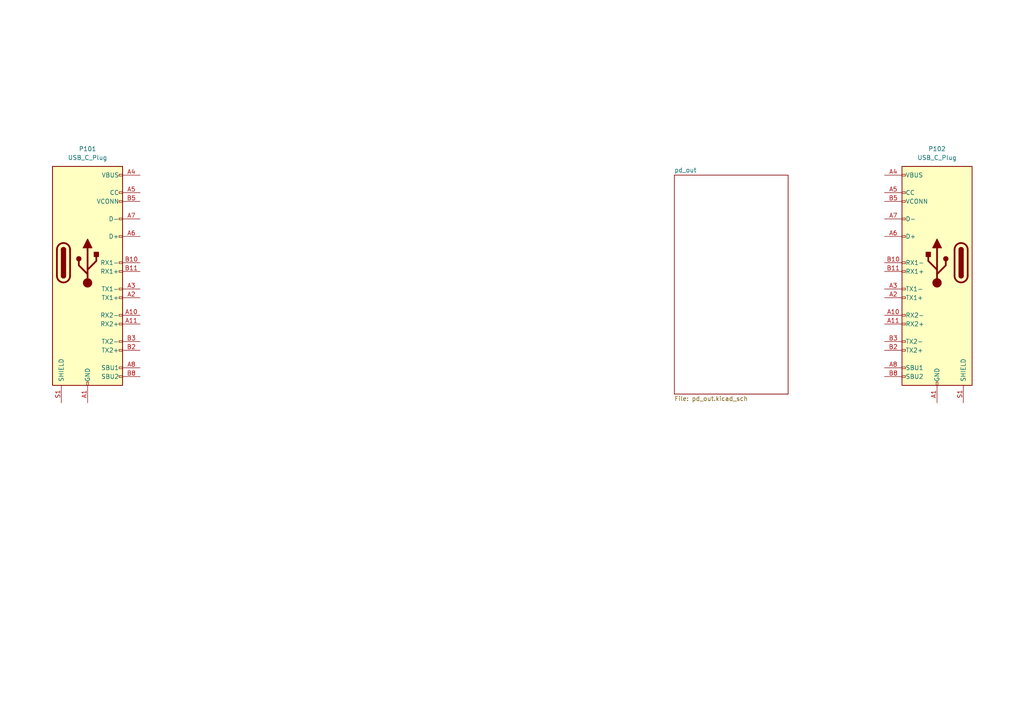
<source format=kicad_sch>
(kicad_sch (version 20250114) (generator "eeschema") (generator_version "9.0")
  (paper "A4")
  (lib_symbols
    (symbol "Connector:USB_C_Plug" (pin_names (offset 1.016))
      (property "Reference" "P" (at -10.16 29.21 0))
      (property "Value" "USB_C_Plug" (at 10.16 29.21 0))
      (symbol "USB_C_Plug_0_0"
        (rectangle (start -0.254 -35.56) (end 0.254 -34.544))
        (rectangle (start 10.16 25.654) (end 9.144 25.146))
        (rectangle (start 10.16 20.574) (end 9.144 20.066))
        (rectangle (start 10.16 18.034) (end 9.144 17.526))
        (rectangle (start 10.16 12.954) (end 9.144 12.446))
        (rectangle (start 10.16 7.874) (end 9.144 7.366))
        (rectangle (start 10.16 0.254) (end 9.144 -0.254))
        (rectangle (start 10.16 -2.286) (end 9.144 -2.794))
        (rectangle (start 10.16 -7.366) (end 9.144 -7.874))
        (rectangle (start 10.16 -9.906) (end 9.144 -10.414))
        (rectangle (start 10.16 -14.986) (end 9.144 -15.494))
        (rectangle (start 10.16 -17.526) (end 9.144 -18.034))
        (rectangle (start 10.16 -22.606) (end 9.144 -23.114))
        (rectangle (start 10.16 -25.146) (end 9.144 -25.654))
        (rectangle (start 10.16 -30.226) (end 9.144 -30.734))
        (rectangle (start 10.16 -32.766) (end 9.144 -33.274))
      )
      (symbol "USB_C_Plug_0_1"
        (rectangle (start -10.16 27.94) (end 10.16 -35.56) (stroke (width 0.254)) (fill (type background)))
        (polyline (pts (xy -8.89 -3.81) (xy -8.89 3.81)) (stroke (width 0.508)))
        (rectangle (start -7.62 -3.81) (end -6.35 3.81) (stroke (width 0.254)) (fill (type outline)))
        (arc (start -7.62 3.81) (mid -6.985 4.4423) (end -6.35 3.81) (stroke (width 0.254)))
        (arc (start -7.62 3.81) (mid -6.985 4.4423) (end -6.35 3.81) (stroke (width 0.254)) (fill (type outline)))
        (arc (start -8.89 3.81) (mid -6.985 5.7067) (end -5.08 3.81) (stroke (width 0.508)))
        (arc (start -5.08 -3.81) (mid -6.985 -5.7067) (end -8.89 -3.81) (stroke (width 0.508)))
        (arc (start -6.35 -3.81) (mid -6.985 -4.4423) (end -7.62 -3.81) (stroke (width 0.254)))
        (arc (start -6.35 -3.81) (mid -6.985 -4.4423) (end -7.62 -3.81) (stroke (width 0.254)) (fill (type outline)))
        (polyline (pts (xy -5.08 3.81) (xy -5.08 -3.81)) (stroke (width 0.508)))
      )
      (symbol "USB_C_Plug_1_1"
        (circle (center -2.54 1.143) (radius 0.635) (stroke (width 0.254)) (fill (type outline)))
        (polyline (pts (xy -1.27 4.318) (xy 0 6.858) (xy 1.27 4.318) (xy -1.27 4.318)) (stroke (width 0.254)) (fill (type outline)))
        (polyline (pts (xy 0 -2.032) (xy 2.54 0.508) (xy 2.54 1.778)) (stroke (width 0.508)))
        (polyline (pts (xy 0 -3.302) (xy -2.54 -0.762) (xy -2.54 0.508)) (stroke (width 0.508)))
        (polyline (pts (xy 0 -5.842) (xy 0 4.318)) (stroke (width 0.508)))
        (circle (center 0 -5.842) (radius 1.27) (fill (type outline)))
        (rectangle (start 1.905 1.778) (end 3.175 3.048) (stroke (width 0.254)) (fill (type outline)))
        (pin passive line (at -7.62 -40.64 90) (length 5.08) (name "SHIELD") (number "S1"))
        (pin passive line (at 0 -40.64 90) (length 5.08) (name "GND") (number "A1"))
        (pin passive line (at 0 -40.64 90) (length 5.08) (hide yes) (name "GND") (number "A12"))
        (pin passive line (at 0 -40.64 90) (length 5.08) (hide yes) (name "GND") (number "B1"))
        (pin passive line (at 0 -40.64 90) (length 5.08) (hide yes) (name "GND") (number "B12"))
        (pin passive line (at 15.24 25.4 180) (length 5.08) (name "VBUS") (number "A4"))
        (pin passive line (at 15.24 25.4 180) (length 5.08) (hide yes) (name "VBUS") (number "A9"))
        (pin passive line (at 15.24 25.4 180) (length 5.08) (hide yes) (name "VBUS") (number "B4"))
        (pin passive line (at 15.24 25.4 180) (length 5.08) (hide yes) (name "VBUS") (number "B9"))
        (pin bidirectional line (at 15.24 20.32 180) (length 5.08) (name "CC") (number "A5"))
        (pin bidirectional line (at 15.24 17.78 180) (length 5.08) (name "VCONN") (number "B5"))
        (pin bidirectional line (at 15.24 12.7 180) (length 5.08) (name "D-") (number "A7"))
        (pin bidirectional line (at 15.24 7.62 180) (length 5.08) (name "D+") (number "A6"))
        (pin bidirectional line (at 15.24 0 180) (length 5.08) (name "RX1-") (number "B10"))
        (pin bidirectional line (at 15.24 -2.54 180) (length 5.08) (name "RX1+") (number "B11"))
        (pin bidirectional line (at 15.24 -7.62 180) (length 5.08) (name "TX1-") (number "A3"))
        (pin bidirectional line (at 15.24 -10.16 180) (length 5.08) (name "TX1+") (number "A2"))
        (pin bidirectional line (at 15.24 -15.24 180) (length 5.08) (name "RX2-") (number "A10"))
        (pin bidirectional line (at 15.24 -17.78 180) (length 5.08) (name "RX2+") (number "A11"))
        (pin bidirectional line (at 15.24 -22.86 180) (length 5.08) (name "TX2-") (number "B3"))
        (pin bidirectional line (at 15.24 -25.4 180) (length 5.08) (name "TX2+") (number "B2"))
        (pin bidirectional line (at 15.24 -30.48 180) (length 5.08) (name "SBU1") (number "A8"))
        (pin bidirectional line (at 15.24 -33.02 180) (length 5.08) (name "SBU2") (number "B8"))
      )
    )
  )
  (symbol (lib_id "Connector:USB_C_Plug") (at 271.78 76.2 0) (mirror y) (unit 1)
    (property "Reference" "P102" (at 271.78 43.18 0))
    (property "Value" "USB_C_Plug" (at 271.78 45.72 0))
    (property "Datasheet" "https://www.usb.org/sites/default/files/documents/usb_type-c.zip" (effects (hide yes)))
    (property "Description" "USB Type-C Plug connector" (effects (hide yes)))
  )
  (symbol (lib_id "Connector:USB_C_Plug") (at 25.4 76.2 0) (unit 1)
    (property "Reference" "P101" (at 25.4 43.18 0))
    (property "Value" "USB_C_Plug" (at 25.4 45.72 0))
    (property "Datasheet" "https://www.usb.org/sites/default/files/documents/usb_type-c.zip" (effects (hide yes)))
    (property "Description" "USB Type-C Plug connector" (effects (hide yes)))
  )
  (sheet (at 195.58 50.8) (size 33.02 63.5) (stroke (width 0.1524))
    (property "Sheetname" "pd_out" (at 195.58 50.0884 0) (effects (justify left bottom)))
    (property "Sheetfile" "pd_out.kicad_sch" (at 195.58 114.8846 0) (effects (justify left top)))
  )
)
</source>
